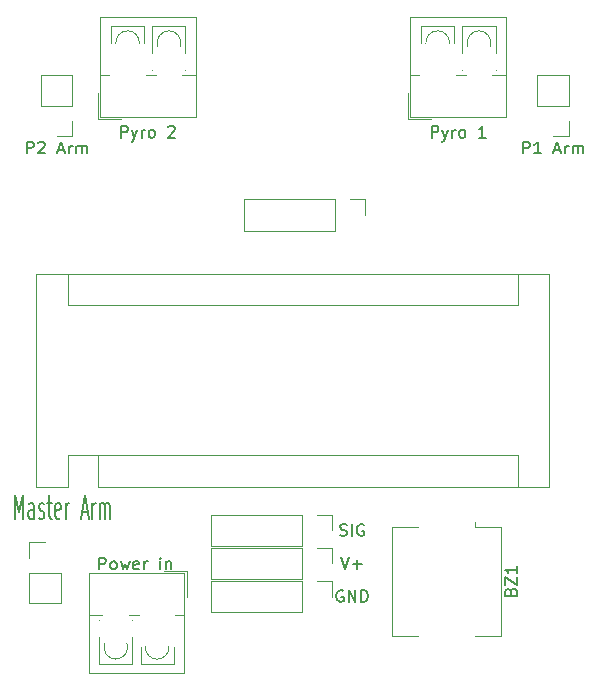
<source format=gbr>
%TF.GenerationSoftware,KiCad,Pcbnew,(6.0.1)*%
%TF.CreationDate,2022-02-20T19:29:58+01:00*%
%TF.ProjectId,NANOFC,4e414e4f-4643-42e6-9b69-6361645f7063,rev?*%
%TF.SameCoordinates,Original*%
%TF.FileFunction,Legend,Top*%
%TF.FilePolarity,Positive*%
%FSLAX46Y46*%
G04 Gerber Fmt 4.6, Leading zero omitted, Abs format (unit mm)*
G04 Created by KiCad (PCBNEW (6.0.1)) date 2022-02-20 19:29:58*
%MOMM*%
%LPD*%
G01*
G04 APERTURE LIST*
%ADD10C,0.150000*%
%ADD11C,0.200000*%
%ADD12C,0.120000*%
G04 APERTURE END LIST*
D10*
%TO.C,Pyro 2*%
X159438095Y-73452380D02*
X159438095Y-72452380D01*
X159819047Y-72452380D01*
X159914285Y-72500000D01*
X159961904Y-72547619D01*
X160009523Y-72642857D01*
X160009523Y-72785714D01*
X159961904Y-72880952D01*
X159914285Y-72928571D01*
X159819047Y-72976190D01*
X159438095Y-72976190D01*
X160342857Y-72785714D02*
X160580952Y-73452380D01*
X160819047Y-72785714D02*
X160580952Y-73452380D01*
X160485714Y-73690476D01*
X160438095Y-73738095D01*
X160342857Y-73785714D01*
X161200000Y-73452380D02*
X161200000Y-72785714D01*
X161200000Y-72976190D02*
X161247619Y-72880952D01*
X161295238Y-72833333D01*
X161390476Y-72785714D01*
X161485714Y-72785714D01*
X161961904Y-73452380D02*
X161866666Y-73404761D01*
X161819047Y-73357142D01*
X161771428Y-73261904D01*
X161771428Y-72976190D01*
X161819047Y-72880952D01*
X161866666Y-72833333D01*
X161961904Y-72785714D01*
X162104761Y-72785714D01*
X162200000Y-72833333D01*
X162247619Y-72880952D01*
X162295238Y-72976190D01*
X162295238Y-73261904D01*
X162247619Y-73357142D01*
X162200000Y-73404761D01*
X162104761Y-73452380D01*
X161961904Y-73452380D01*
X163438095Y-72547619D02*
X163485714Y-72500000D01*
X163580952Y-72452380D01*
X163819047Y-72452380D01*
X163914285Y-72500000D01*
X163961904Y-72547619D01*
X164009523Y-72642857D01*
X164009523Y-72738095D01*
X163961904Y-72880952D01*
X163390476Y-73452380D01*
X164009523Y-73452380D01*
D11*
%TO.C,Master Arm*%
X150500000Y-105704761D02*
X150500000Y-103704761D01*
X150833333Y-105133333D01*
X151166666Y-103704761D01*
X151166666Y-105704761D01*
X152071428Y-105704761D02*
X152071428Y-104657142D01*
X152023809Y-104466666D01*
X151928571Y-104371428D01*
X151738095Y-104371428D01*
X151642857Y-104466666D01*
X152071428Y-105609523D02*
X151976190Y-105704761D01*
X151738095Y-105704761D01*
X151642857Y-105609523D01*
X151595238Y-105419047D01*
X151595238Y-105228571D01*
X151642857Y-105038095D01*
X151738095Y-104942857D01*
X151976190Y-104942857D01*
X152071428Y-104847619D01*
X152500000Y-105609523D02*
X152595238Y-105704761D01*
X152785714Y-105704761D01*
X152880952Y-105609523D01*
X152928571Y-105419047D01*
X152928571Y-105323809D01*
X152880952Y-105133333D01*
X152785714Y-105038095D01*
X152642857Y-105038095D01*
X152547619Y-104942857D01*
X152500000Y-104752380D01*
X152500000Y-104657142D01*
X152547619Y-104466666D01*
X152642857Y-104371428D01*
X152785714Y-104371428D01*
X152880952Y-104466666D01*
X153214285Y-104371428D02*
X153595238Y-104371428D01*
X153357142Y-103704761D02*
X153357142Y-105419047D01*
X153404761Y-105609523D01*
X153500000Y-105704761D01*
X153595238Y-105704761D01*
X154309523Y-105609523D02*
X154214285Y-105704761D01*
X154023809Y-105704761D01*
X153928571Y-105609523D01*
X153880952Y-105419047D01*
X153880952Y-104657142D01*
X153928571Y-104466666D01*
X154023809Y-104371428D01*
X154214285Y-104371428D01*
X154309523Y-104466666D01*
X154357142Y-104657142D01*
X154357142Y-104847619D01*
X153880952Y-105038095D01*
X154785714Y-105704761D02*
X154785714Y-104371428D01*
X154785714Y-104752380D02*
X154833333Y-104561904D01*
X154880952Y-104466666D01*
X154976190Y-104371428D01*
X155071428Y-104371428D01*
X156119047Y-105133333D02*
X156595238Y-105133333D01*
X156023809Y-105704761D02*
X156357142Y-103704761D01*
X156690476Y-105704761D01*
X157023809Y-105704761D02*
X157023809Y-104371428D01*
X157023809Y-104752380D02*
X157071428Y-104561904D01*
X157119047Y-104466666D01*
X157214285Y-104371428D01*
X157309523Y-104371428D01*
X157642857Y-105704761D02*
X157642857Y-104371428D01*
X157642857Y-104561904D02*
X157690476Y-104466666D01*
X157785714Y-104371428D01*
X157928571Y-104371428D01*
X158023809Y-104466666D01*
X158071428Y-104657142D01*
X158071428Y-105704761D01*
X158071428Y-104657142D02*
X158119047Y-104466666D01*
X158214285Y-104371428D01*
X158357142Y-104371428D01*
X158452380Y-104466666D01*
X158500000Y-104657142D01*
X158500000Y-105704761D01*
D10*
%TO.C,BZ1*%
X192428571Y-111880952D02*
X192476190Y-111738095D01*
X192523809Y-111690476D01*
X192619047Y-111642857D01*
X192761904Y-111642857D01*
X192857142Y-111690476D01*
X192904761Y-111738095D01*
X192952380Y-111833333D01*
X192952380Y-112214285D01*
X191952380Y-112214285D01*
X191952380Y-111880952D01*
X192000000Y-111785714D01*
X192047619Y-111738095D01*
X192142857Y-111690476D01*
X192238095Y-111690476D01*
X192333333Y-111738095D01*
X192380952Y-111785714D01*
X192428571Y-111880952D01*
X192428571Y-112214285D01*
X191952380Y-111309523D02*
X191952380Y-110642857D01*
X192952380Y-111309523D01*
X192952380Y-110642857D01*
X192952380Y-109738095D02*
X192952380Y-110309523D01*
X192952380Y-110023809D02*
X191952380Y-110023809D01*
X192095238Y-110119047D01*
X192190476Y-110214285D01*
X192238095Y-110309523D01*
%TO.C,GND*%
X178238095Y-111800000D02*
X178142857Y-111752380D01*
X178000000Y-111752380D01*
X177857142Y-111800000D01*
X177761904Y-111895238D01*
X177714285Y-111990476D01*
X177666666Y-112180952D01*
X177666666Y-112323809D01*
X177714285Y-112514285D01*
X177761904Y-112609523D01*
X177857142Y-112704761D01*
X178000000Y-112752380D01*
X178095238Y-112752380D01*
X178238095Y-112704761D01*
X178285714Y-112657142D01*
X178285714Y-112323809D01*
X178095238Y-112323809D01*
X178714285Y-112752380D02*
X178714285Y-111752380D01*
X179285714Y-112752380D01*
X179285714Y-111752380D01*
X179761904Y-112752380D02*
X179761904Y-111752380D01*
X180000000Y-111752380D01*
X180142857Y-111800000D01*
X180238095Y-111895238D01*
X180285714Y-111990476D01*
X180333333Y-112180952D01*
X180333333Y-112323809D01*
X180285714Y-112514285D01*
X180238095Y-112609523D01*
X180142857Y-112704761D01*
X180000000Y-112752380D01*
X179761904Y-112752380D01*
%TO.C,P1 Arm*%
X193476190Y-74782380D02*
X193476190Y-73782380D01*
X193857142Y-73782380D01*
X193952380Y-73830000D01*
X194000000Y-73877619D01*
X194047619Y-73972857D01*
X194047619Y-74115714D01*
X194000000Y-74210952D01*
X193952380Y-74258571D01*
X193857142Y-74306190D01*
X193476190Y-74306190D01*
X195000000Y-74782380D02*
X194428571Y-74782380D01*
X194714285Y-74782380D02*
X194714285Y-73782380D01*
X194619047Y-73925238D01*
X194523809Y-74020476D01*
X194428571Y-74068095D01*
X196142857Y-74496666D02*
X196619047Y-74496666D01*
X196047619Y-74782380D02*
X196380952Y-73782380D01*
X196714285Y-74782380D01*
X197047619Y-74782380D02*
X197047619Y-74115714D01*
X197047619Y-74306190D02*
X197095238Y-74210952D01*
X197142857Y-74163333D01*
X197238095Y-74115714D01*
X197333333Y-74115714D01*
X197666666Y-74782380D02*
X197666666Y-74115714D01*
X197666666Y-74210952D02*
X197714285Y-74163333D01*
X197809523Y-74115714D01*
X197952380Y-74115714D01*
X198047619Y-74163333D01*
X198095238Y-74258571D01*
X198095238Y-74782380D01*
X198095238Y-74258571D02*
X198142857Y-74163333D01*
X198238095Y-74115714D01*
X198380952Y-74115714D01*
X198476190Y-74163333D01*
X198523809Y-74258571D01*
X198523809Y-74782380D01*
%TO.C,V+*%
X178047619Y-108952380D02*
X178380952Y-109952380D01*
X178714285Y-108952380D01*
X179047619Y-109571428D02*
X179809523Y-109571428D01*
X179428571Y-109952380D02*
X179428571Y-109190476D01*
%TO.C,Pyro 1*%
X185738095Y-73452380D02*
X185738095Y-72452380D01*
X186119047Y-72452380D01*
X186214285Y-72500000D01*
X186261904Y-72547619D01*
X186309523Y-72642857D01*
X186309523Y-72785714D01*
X186261904Y-72880952D01*
X186214285Y-72928571D01*
X186119047Y-72976190D01*
X185738095Y-72976190D01*
X186642857Y-72785714D02*
X186880952Y-73452380D01*
X187119047Y-72785714D02*
X186880952Y-73452380D01*
X186785714Y-73690476D01*
X186738095Y-73738095D01*
X186642857Y-73785714D01*
X187500000Y-73452380D02*
X187500000Y-72785714D01*
X187500000Y-72976190D02*
X187547619Y-72880952D01*
X187595238Y-72833333D01*
X187690476Y-72785714D01*
X187785714Y-72785714D01*
X188261904Y-73452380D02*
X188166666Y-73404761D01*
X188119047Y-73357142D01*
X188071428Y-73261904D01*
X188071428Y-72976190D01*
X188119047Y-72880952D01*
X188166666Y-72833333D01*
X188261904Y-72785714D01*
X188404761Y-72785714D01*
X188500000Y-72833333D01*
X188547619Y-72880952D01*
X188595238Y-72976190D01*
X188595238Y-73261904D01*
X188547619Y-73357142D01*
X188500000Y-73404761D01*
X188404761Y-73452380D01*
X188261904Y-73452380D01*
X190309523Y-73452380D02*
X189738095Y-73452380D01*
X190023809Y-73452380D02*
X190023809Y-72452380D01*
X189928571Y-72595238D01*
X189833333Y-72690476D01*
X189738095Y-72738095D01*
%TO.C,Power in*%
X157592380Y-109997380D02*
X157592380Y-108997380D01*
X157973333Y-108997380D01*
X158068571Y-109045000D01*
X158116190Y-109092619D01*
X158163809Y-109187857D01*
X158163809Y-109330714D01*
X158116190Y-109425952D01*
X158068571Y-109473571D01*
X157973333Y-109521190D01*
X157592380Y-109521190D01*
X158735238Y-109997380D02*
X158640000Y-109949761D01*
X158592380Y-109902142D01*
X158544761Y-109806904D01*
X158544761Y-109521190D01*
X158592380Y-109425952D01*
X158640000Y-109378333D01*
X158735238Y-109330714D01*
X158878095Y-109330714D01*
X158973333Y-109378333D01*
X159020952Y-109425952D01*
X159068571Y-109521190D01*
X159068571Y-109806904D01*
X159020952Y-109902142D01*
X158973333Y-109949761D01*
X158878095Y-109997380D01*
X158735238Y-109997380D01*
X159401904Y-109330714D02*
X159592380Y-109997380D01*
X159782857Y-109521190D01*
X159973333Y-109997380D01*
X160163809Y-109330714D01*
X160925714Y-109949761D02*
X160830476Y-109997380D01*
X160640000Y-109997380D01*
X160544761Y-109949761D01*
X160497142Y-109854523D01*
X160497142Y-109473571D01*
X160544761Y-109378333D01*
X160640000Y-109330714D01*
X160830476Y-109330714D01*
X160925714Y-109378333D01*
X160973333Y-109473571D01*
X160973333Y-109568809D01*
X160497142Y-109664047D01*
X161401904Y-109997380D02*
X161401904Y-109330714D01*
X161401904Y-109521190D02*
X161449523Y-109425952D01*
X161497142Y-109378333D01*
X161592380Y-109330714D01*
X161687619Y-109330714D01*
X162782857Y-109997380D02*
X162782857Y-109330714D01*
X162782857Y-108997380D02*
X162735238Y-109045000D01*
X162782857Y-109092619D01*
X162830476Y-109045000D01*
X162782857Y-108997380D01*
X162782857Y-109092619D01*
X163259047Y-109330714D02*
X163259047Y-109997380D01*
X163259047Y-109425952D02*
X163306666Y-109378333D01*
X163401904Y-109330714D01*
X163544761Y-109330714D01*
X163640000Y-109378333D01*
X163687619Y-109473571D01*
X163687619Y-109997380D01*
%TO.C,P2 Arm*%
X151476190Y-74782380D02*
X151476190Y-73782380D01*
X151857142Y-73782380D01*
X151952380Y-73830000D01*
X152000000Y-73877619D01*
X152047619Y-73972857D01*
X152047619Y-74115714D01*
X152000000Y-74210952D01*
X151952380Y-74258571D01*
X151857142Y-74306190D01*
X151476190Y-74306190D01*
X152428571Y-73877619D02*
X152476190Y-73830000D01*
X152571428Y-73782380D01*
X152809523Y-73782380D01*
X152904761Y-73830000D01*
X152952380Y-73877619D01*
X153000000Y-73972857D01*
X153000000Y-74068095D01*
X152952380Y-74210952D01*
X152380952Y-74782380D01*
X153000000Y-74782380D01*
X154142857Y-74496666D02*
X154619047Y-74496666D01*
X154047619Y-74782380D02*
X154380952Y-73782380D01*
X154714285Y-74782380D01*
X155047619Y-74782380D02*
X155047619Y-74115714D01*
X155047619Y-74306190D02*
X155095238Y-74210952D01*
X155142857Y-74163333D01*
X155238095Y-74115714D01*
X155333333Y-74115714D01*
X155666666Y-74782380D02*
X155666666Y-74115714D01*
X155666666Y-74210952D02*
X155714285Y-74163333D01*
X155809523Y-74115714D01*
X155952380Y-74115714D01*
X156047619Y-74163333D01*
X156095238Y-74258571D01*
X156095238Y-74782380D01*
X156095238Y-74258571D02*
X156142857Y-74163333D01*
X156238095Y-74115714D01*
X156380952Y-74115714D01*
X156476190Y-74163333D01*
X156523809Y-74258571D01*
X156523809Y-74782380D01*
%TO.C,SIG*%
X177976190Y-107104761D02*
X178119047Y-107152380D01*
X178357142Y-107152380D01*
X178452380Y-107104761D01*
X178500000Y-107057142D01*
X178547619Y-106961904D01*
X178547619Y-106866666D01*
X178500000Y-106771428D01*
X178452380Y-106723809D01*
X178357142Y-106676190D01*
X178166666Y-106628571D01*
X178071428Y-106580952D01*
X178023809Y-106533333D01*
X177976190Y-106438095D01*
X177976190Y-106342857D01*
X178023809Y-106247619D01*
X178071428Y-106200000D01*
X178166666Y-106152380D01*
X178404761Y-106152380D01*
X178547619Y-106200000D01*
X178976190Y-107152380D02*
X178976190Y-106152380D01*
X179976190Y-106200000D02*
X179880952Y-106152380D01*
X179738095Y-106152380D01*
X179595238Y-106200000D01*
X179500000Y-106295238D01*
X179452380Y-106390476D01*
X179404761Y-106580952D01*
X179404761Y-106723809D01*
X179452380Y-106914285D01*
X179500000Y-107009523D01*
X179595238Y-107104761D01*
X179738095Y-107152380D01*
X179833333Y-107152380D01*
X179976190Y-107104761D01*
X180023809Y-107057142D01*
X180023809Y-106723809D01*
X179833333Y-106723809D01*
D12*
%TO.C,Pyro 2*%
X158600000Y-64000000D02*
X161400000Y-64000000D01*
X165810000Y-63240000D02*
X165810000Y-71660000D01*
X164900000Y-64000000D02*
X164900000Y-66311000D01*
X158600000Y-64000000D02*
X158600000Y-65460000D01*
X157690000Y-68101000D02*
X158460000Y-68101000D01*
X161540000Y-68101000D02*
X162367000Y-68101000D01*
X164900000Y-67689000D02*
X164900000Y-67750000D01*
X157450000Y-69660000D02*
X157450000Y-71900000D01*
X164900000Y-67750000D02*
X164900000Y-67750000D01*
X157690000Y-63240000D02*
X157690000Y-71660000D01*
X164634000Y-68101000D02*
X165810000Y-68101000D01*
X162100000Y-67750000D02*
X162101000Y-67750000D01*
X157450000Y-71900000D02*
X159450000Y-71900000D01*
X162100000Y-67689000D02*
X162100000Y-67750000D01*
X161400000Y-64000000D02*
X161400000Y-65460000D01*
X162100000Y-64000000D02*
X164900000Y-64000000D01*
X157690000Y-71660000D02*
X165810000Y-71660000D01*
X162100000Y-64000000D02*
X162100000Y-66311000D01*
X157690000Y-63240000D02*
X165810000Y-63240000D01*
X164440000Y-65742000D02*
G75*
G03*
X162560085Y-65742233I-940000J342000D01*
G01*
X160998000Y-65469000D02*
G75*
G03*
X159002110Y-65470566I-998000J69000D01*
G01*
%TO.C,Master Arm*%
X151670000Y-112870000D02*
X154330000Y-112870000D01*
X154330000Y-110270000D02*
X154330000Y-112870000D01*
X151670000Y-110270000D02*
X151670000Y-112870000D01*
X151670000Y-110270000D02*
X154330000Y-110270000D01*
X151670000Y-109000000D02*
X151670000Y-107670000D01*
X151670000Y-107670000D02*
X153000000Y-107670000D01*
%TO.C,BZ1*%
X191600000Y-106400000D02*
X191600000Y-115600000D01*
X189400000Y-106400000D02*
X189400000Y-106000000D01*
X184600000Y-106400000D02*
X182400000Y-106400000D01*
X184600000Y-115600000D02*
X182400000Y-115600000D01*
X182400000Y-115600000D02*
X182400000Y-106400000D01*
X191600000Y-106400000D02*
X189400000Y-106400000D01*
X191600000Y-115600000D02*
X189400000Y-115600000D01*
%TO.C,J3*%
X178800000Y-78670000D02*
X180130000Y-78670000D01*
X177530000Y-78670000D02*
X169850000Y-78670000D01*
X177530000Y-81330000D02*
X169850000Y-81330000D01*
X169850000Y-78670000D02*
X169850000Y-81330000D01*
X180130000Y-78670000D02*
X180130000Y-80000000D01*
X177530000Y-78670000D02*
X177530000Y-81330000D01*
%TO.C,GND*%
X174730000Y-113630000D02*
X167050000Y-113630000D01*
X174730000Y-110970000D02*
X174730000Y-113630000D01*
X177330000Y-110970000D02*
X177330000Y-112300000D01*
X176000000Y-110970000D02*
X177330000Y-110970000D01*
X167050000Y-110970000D02*
X167050000Y-113630000D01*
X174730000Y-110970000D02*
X167050000Y-110970000D01*
%TO.C,A1*%
X193040000Y-100320000D02*
X193040000Y-102990000D01*
X154940000Y-87620000D02*
X154940000Y-84950000D01*
X195710000Y-84950000D02*
X152270000Y-84950000D01*
X152270000Y-102990000D02*
X154940000Y-102990000D01*
X157480000Y-102990000D02*
X195710000Y-102990000D01*
X157480000Y-100320000D02*
X157480000Y-102990000D01*
X154940000Y-87620000D02*
X193040000Y-87620000D01*
X193040000Y-87620000D02*
X193040000Y-84950000D01*
X157480000Y-100320000D02*
X193040000Y-100320000D01*
X152270000Y-84950000D02*
X152270000Y-102990000D01*
X154940000Y-100320000D02*
X154940000Y-102990000D01*
X157480000Y-100320000D02*
X154940000Y-100320000D01*
X195710000Y-102990000D02*
X195710000Y-84950000D01*
%TO.C,P1 Arm*%
X197330000Y-72000000D02*
X197330000Y-73330000D01*
X197330000Y-68130000D02*
X194670000Y-68130000D01*
X194670000Y-70730000D02*
X194670000Y-68130000D01*
X197330000Y-73330000D02*
X196000000Y-73330000D01*
X197330000Y-70730000D02*
X197330000Y-68130000D01*
X197330000Y-70730000D02*
X194670000Y-70730000D01*
%TO.C,V+*%
X177330000Y-108170000D02*
X177330000Y-109500000D01*
X176000000Y-108170000D02*
X177330000Y-108170000D01*
X174730000Y-108170000D02*
X174730000Y-110830000D01*
X174730000Y-108170000D02*
X167050000Y-108170000D01*
X167050000Y-108170000D02*
X167050000Y-110830000D01*
X174730000Y-110830000D02*
X167050000Y-110830000D01*
%TO.C,Pyro 1*%
X191150000Y-67750000D02*
X191150000Y-67750000D01*
X183940000Y-71660000D02*
X192060000Y-71660000D01*
X188350000Y-67689000D02*
X188350000Y-67750000D01*
X184850000Y-64000000D02*
X184850000Y-65460000D01*
X188350000Y-67750000D02*
X188351000Y-67750000D01*
X183940000Y-68101000D02*
X184710000Y-68101000D01*
X184850000Y-64000000D02*
X187650000Y-64000000D01*
X191150000Y-67689000D02*
X191150000Y-67750000D01*
X183700000Y-69660000D02*
X183700000Y-71900000D01*
X190884000Y-68101000D02*
X192060000Y-68101000D01*
X188350000Y-64000000D02*
X188350000Y-66311000D01*
X192060000Y-63240000D02*
X192060000Y-71660000D01*
X187650000Y-64000000D02*
X187650000Y-65460000D01*
X187790000Y-68101000D02*
X188617000Y-68101000D01*
X191150000Y-64000000D02*
X191150000Y-66311000D01*
X183940000Y-63240000D02*
X183940000Y-71660000D01*
X183940000Y-63240000D02*
X192060000Y-63240000D01*
X188350000Y-64000000D02*
X191150000Y-64000000D01*
X183700000Y-71900000D02*
X185700000Y-71900000D01*
X190690000Y-65742000D02*
G75*
G03*
X188810085Y-65742233I-940000J342000D01*
G01*
X187248000Y-65469000D02*
G75*
G03*
X185252110Y-65470566I-998000J69000D01*
G01*
%TO.C,Power in*%
X157600000Y-118000000D02*
X157600000Y-115689000D01*
X157866000Y-113899000D02*
X156690000Y-113899000D01*
X164810000Y-118760000D02*
X164810000Y-110340000D01*
X160400000Y-114250000D02*
X160399000Y-114250000D01*
X164810000Y-118760000D02*
X156690000Y-118760000D01*
X160400000Y-118000000D02*
X160400000Y-115689000D01*
X160400000Y-114311000D02*
X160400000Y-114250000D01*
X161100000Y-118000000D02*
X161100000Y-116540000D01*
X157600000Y-114250000D02*
X157600000Y-114250000D01*
X165050000Y-112340000D02*
X165050000Y-110100000D01*
X164810000Y-113899000D02*
X164040000Y-113899000D01*
X165050000Y-110100000D02*
X163050000Y-110100000D01*
X157600000Y-114311000D02*
X157600000Y-114250000D01*
X160400000Y-118000000D02*
X157600000Y-118000000D01*
X164810000Y-110340000D02*
X156690000Y-110340000D01*
X163900000Y-118000000D02*
X161100000Y-118000000D01*
X156690000Y-118760000D02*
X156690000Y-110340000D01*
X163900000Y-118000000D02*
X163900000Y-116540000D01*
X160960000Y-113899000D02*
X160133000Y-113899000D01*
X158060000Y-116258000D02*
G75*
G03*
X159939915Y-116257767I940000J-342000D01*
G01*
X161502000Y-116531000D02*
G75*
G03*
X163497890Y-116529434I998000J-69000D01*
G01*
%TO.C,P2 Arm*%
X155330000Y-73330000D02*
X154000000Y-73330000D01*
X155330000Y-72000000D02*
X155330000Y-73330000D01*
X152670000Y-70730000D02*
X152670000Y-68130000D01*
X155330000Y-70730000D02*
X155330000Y-68130000D01*
X155330000Y-70730000D02*
X152670000Y-70730000D01*
X155330000Y-68130000D02*
X152670000Y-68130000D01*
%TO.C,SIG*%
X174730000Y-108030000D02*
X167050000Y-108030000D01*
X174730000Y-105370000D02*
X167050000Y-105370000D01*
X167050000Y-105370000D02*
X167050000Y-108030000D01*
X174730000Y-105370000D02*
X174730000Y-108030000D01*
X176000000Y-105370000D02*
X177330000Y-105370000D01*
X177330000Y-105370000D02*
X177330000Y-106700000D01*
%TD*%
M02*

</source>
